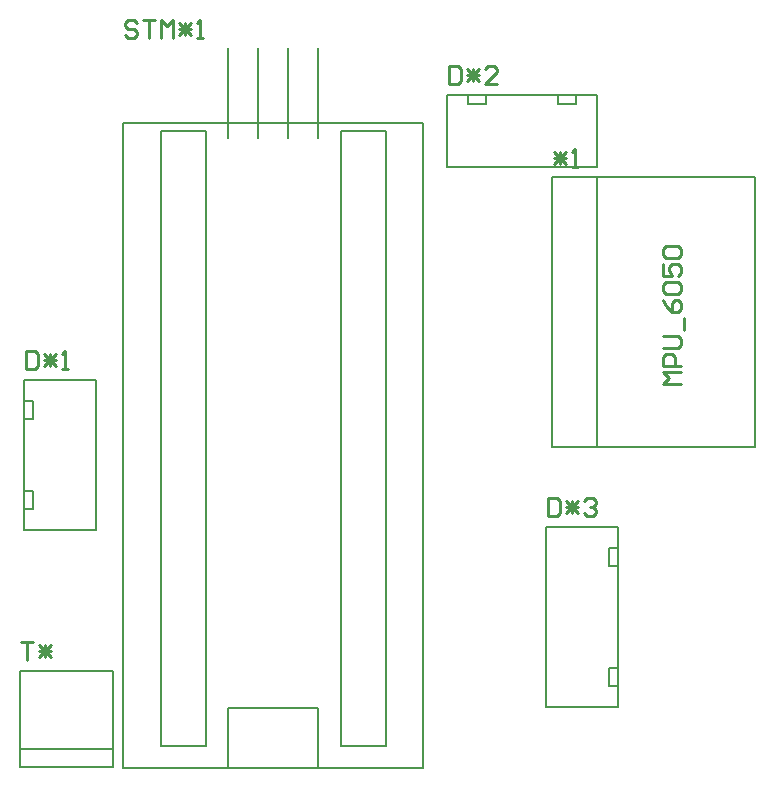
<source format=gto>
G04*
G04 #@! TF.GenerationSoftware,Altium Limited,Altium Designer,22.5.1 (42)*
G04*
G04 Layer_Color=65535*
%FSLAX44Y44*%
%MOMM*%
G71*
G04*
G04 #@! TF.SameCoordinates,8A75C3A4-9842-482E-9D60-312BCB363DCA*
G04*
G04*
G04 #@! TF.FilePolarity,Positive*
G04*
G01*
G75*
%ADD10C,0.2000*%
%ADD11C,0.2540*%
D10*
X833120Y367030D02*
X871220D01*
X833120D02*
Y887730D01*
X871220D01*
Y367030D02*
Y887730D01*
X985520D02*
X1023620D01*
Y367030D02*
Y887730D01*
X985520Y367030D02*
X1023620D01*
X985520D02*
Y887730D01*
X801370Y894080D02*
X1055370D01*
X966470Y881380D02*
Y957580D01*
X941070Y881380D02*
Y957580D01*
X915670Y881380D02*
Y957580D01*
X890270Y881380D02*
Y957580D01*
X966470Y347980D02*
Y398780D01*
X890270D02*
X966470D01*
X890270Y347980D02*
Y398780D01*
X801370Y347980D02*
X1055370D01*
X801370D02*
Y894080D01*
X1055370Y347980D02*
Y894080D01*
X1159510Y552450D02*
X1220470D01*
X1159510Y400050D02*
Y552450D01*
Y400050D02*
X1220470D01*
Y552450D01*
X1212850Y534670D02*
X1220470D01*
X1212850Y519430D02*
Y534670D01*
Y519430D02*
X1220470D01*
X1212850Y433070D02*
X1220470D01*
X1212850Y417830D02*
Y433070D01*
Y417830D02*
X1220470D01*
X1184910Y910590D02*
Y918210D01*
X1169670Y910590D02*
X1184910D01*
X1169670D02*
Y918210D01*
X1108710Y910590D02*
Y918210D01*
X1093470Y910590D02*
X1108710D01*
X1093470D02*
Y918210D01*
X1075690Y857250D02*
Y918210D01*
X1202690D01*
Y857250D02*
Y918210D01*
X1075690Y857250D02*
X1202690D01*
Y848360D02*
X1202690Y619760D01*
X1164590D02*
X1336040D01*
Y848360D01*
X1164590D02*
X1336040D01*
X1164590Y619760D02*
Y848360D01*
X713740Y364490D02*
X792480D01*
X713740Y349250D02*
Y430530D01*
Y349250D02*
X792480D01*
Y430530D01*
X713740D02*
X792480D01*
X717550Y659130D02*
X725170D01*
Y643890D02*
Y659130D01*
X717550Y643890D02*
X725170D01*
X717550Y582930D02*
X725170D01*
Y567690D02*
Y582930D01*
X717550Y567690D02*
X725170D01*
X717550Y549910D02*
X778510D01*
X717550D02*
Y676910D01*
X778510D01*
Y549910D02*
Y676910D01*
D11*
X813051Y978912D02*
X810511Y981451D01*
X805433D01*
X802894Y978912D01*
Y976373D01*
X805433Y973833D01*
X810511D01*
X813051Y971294D01*
Y968755D01*
X810511Y966216D01*
X805433D01*
X802894Y968755D01*
X818129Y981451D02*
X828286D01*
X823207D01*
Y966216D01*
X833364D02*
Y981451D01*
X838443Y976373D01*
X843521Y981451D01*
Y966216D01*
X848599Y978912D02*
X858756Y968755D01*
X848599D02*
X858756Y978912D01*
X848599Y973833D02*
X858756D01*
X853678Y968755D02*
Y978912D01*
X863834Y966216D02*
X868913D01*
X866374D01*
Y981451D01*
X863834Y978912D01*
X1161034Y576321D02*
Y561086D01*
X1168652D01*
X1171191Y563625D01*
Y573782D01*
X1168652Y576321D01*
X1161034D01*
X1176269Y573782D02*
X1186426Y563625D01*
X1176269D02*
X1186426Y573782D01*
X1176269Y568703D02*
X1186426D01*
X1181347Y563625D02*
Y573782D01*
X1191504D02*
X1194043Y576321D01*
X1199122D01*
X1201661Y573782D01*
Y571243D01*
X1199122Y568703D01*
X1196582D01*
X1199122D01*
X1201661Y566164D01*
Y563625D01*
X1199122Y561086D01*
X1194043D01*
X1191504Y563625D01*
X1077214Y942081D02*
Y926846D01*
X1084831D01*
X1087371Y929385D01*
Y939542D01*
X1084831Y942081D01*
X1077214D01*
X1092449Y939542D02*
X1102606Y929385D01*
X1092449D02*
X1102606Y939542D01*
X1092449Y934464D02*
X1102606D01*
X1097527Y929385D02*
Y939542D01*
X1117841Y926846D02*
X1107684D01*
X1117841Y937003D01*
Y939542D01*
X1115302Y942081D01*
X1110223D01*
X1107684Y939542D01*
X1166114Y869692D02*
X1176271Y859535D01*
X1166114D02*
X1176271Y869692D01*
X1166114Y864613D02*
X1176271D01*
X1171192Y859535D02*
Y869692D01*
X1181349Y856996D02*
X1186427D01*
X1183888D01*
Y872231D01*
X1181349Y869692D01*
X1273811Y673100D02*
X1258576D01*
X1263654Y678178D01*
X1258576Y683257D01*
X1273811D01*
Y688335D02*
X1258576D01*
Y695953D01*
X1261115Y698492D01*
X1266193D01*
X1268733Y695953D01*
Y688335D01*
X1258576Y703570D02*
X1271272D01*
X1273811Y706109D01*
Y711188D01*
X1271272Y713727D01*
X1258576D01*
X1276350Y718805D02*
Y728962D01*
X1258576Y744197D02*
X1261115Y739119D01*
X1266193Y734040D01*
X1271272D01*
X1273811Y736580D01*
Y741658D01*
X1271272Y744197D01*
X1268733D01*
X1266193Y741658D01*
Y734040D01*
X1261115Y749275D02*
X1258576Y751814D01*
Y756893D01*
X1261115Y759432D01*
X1271272D01*
X1273811Y756893D01*
Y751814D01*
X1271272Y749275D01*
X1261115D01*
X1258576Y774667D02*
Y764510D01*
X1266193D01*
X1263654Y769589D01*
Y772128D01*
X1266193Y774667D01*
X1271272D01*
X1273811Y772128D01*
Y767050D01*
X1271272Y764510D01*
X1261115Y779745D02*
X1258576Y782285D01*
Y787363D01*
X1261115Y789902D01*
X1271272D01*
X1273811Y787363D01*
Y782285D01*
X1271272Y779745D01*
X1261115D01*
X715264Y454401D02*
X725421D01*
X720342D01*
Y439166D01*
X730499Y451862D02*
X740656Y441705D01*
X730499D02*
X740656Y451862D01*
X730499Y446783D02*
X740656D01*
X735577Y441705D02*
Y451862D01*
X719074Y700781D02*
Y685546D01*
X726692D01*
X729231Y688085D01*
Y698242D01*
X726692Y700781D01*
X719074D01*
X734309Y698242D02*
X744466Y688085D01*
X734309D02*
X744466Y698242D01*
X734309Y693164D02*
X744466D01*
X739387Y688085D02*
Y698242D01*
X749544Y685546D02*
X754622D01*
X752083D01*
Y700781D01*
X749544Y698242D01*
M02*

</source>
